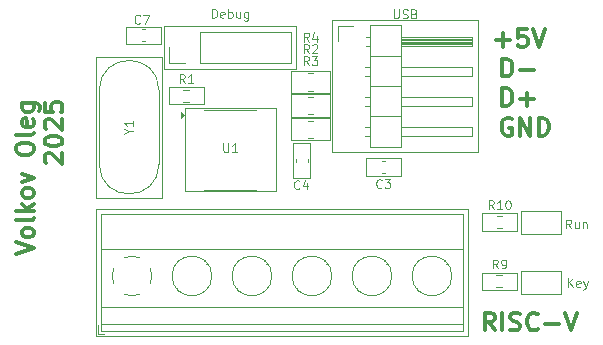
<source format=gbr>
%TF.GenerationSoftware,KiCad,Pcbnew,8.0.7*%
%TF.CreationDate,2025-04-18T18:12:16+03:00*%
%TF.ProjectId,PUBG_KEY,50554247-5f4b-4455-992e-6b696361645f,rev?*%
%TF.SameCoordinates,Original*%
%TF.FileFunction,Legend,Top*%
%TF.FilePolarity,Positive*%
%FSLAX46Y46*%
G04 Gerber Fmt 4.6, Leading zero omitted, Abs format (unit mm)*
G04 Created by KiCad (PCBNEW 8.0.7) date 2025-04-18 18:12:16*
%MOMM*%
%LPD*%
G01*
G04 APERTURE LIST*
%ADD10C,0.300000*%
%ADD11C,0.125000*%
%ADD12C,0.100000*%
%ADD13C,0.120000*%
G04 APERTURE END LIST*
D10*
X52385912Y-88340224D02*
X53885912Y-87840224D01*
X53885912Y-87840224D02*
X52385912Y-87340224D01*
X53885912Y-86625939D02*
X53814484Y-86768796D01*
X53814484Y-86768796D02*
X53743055Y-86840225D01*
X53743055Y-86840225D02*
X53600198Y-86911653D01*
X53600198Y-86911653D02*
X53171626Y-86911653D01*
X53171626Y-86911653D02*
X53028769Y-86840225D01*
X53028769Y-86840225D02*
X52957341Y-86768796D01*
X52957341Y-86768796D02*
X52885912Y-86625939D01*
X52885912Y-86625939D02*
X52885912Y-86411653D01*
X52885912Y-86411653D02*
X52957341Y-86268796D01*
X52957341Y-86268796D02*
X53028769Y-86197368D01*
X53028769Y-86197368D02*
X53171626Y-86125939D01*
X53171626Y-86125939D02*
X53600198Y-86125939D01*
X53600198Y-86125939D02*
X53743055Y-86197368D01*
X53743055Y-86197368D02*
X53814484Y-86268796D01*
X53814484Y-86268796D02*
X53885912Y-86411653D01*
X53885912Y-86411653D02*
X53885912Y-86625939D01*
X53885912Y-85268796D02*
X53814484Y-85411653D01*
X53814484Y-85411653D02*
X53671626Y-85483082D01*
X53671626Y-85483082D02*
X52385912Y-85483082D01*
X53885912Y-84697368D02*
X52385912Y-84697368D01*
X53314484Y-84554511D02*
X53885912Y-84125939D01*
X52885912Y-84125939D02*
X53457341Y-84697368D01*
X53885912Y-83268796D02*
X53814484Y-83411653D01*
X53814484Y-83411653D02*
X53743055Y-83483082D01*
X53743055Y-83483082D02*
X53600198Y-83554510D01*
X53600198Y-83554510D02*
X53171626Y-83554510D01*
X53171626Y-83554510D02*
X53028769Y-83483082D01*
X53028769Y-83483082D02*
X52957341Y-83411653D01*
X52957341Y-83411653D02*
X52885912Y-83268796D01*
X52885912Y-83268796D02*
X52885912Y-83054510D01*
X52885912Y-83054510D02*
X52957341Y-82911653D01*
X52957341Y-82911653D02*
X53028769Y-82840225D01*
X53028769Y-82840225D02*
X53171626Y-82768796D01*
X53171626Y-82768796D02*
X53600198Y-82768796D01*
X53600198Y-82768796D02*
X53743055Y-82840225D01*
X53743055Y-82840225D02*
X53814484Y-82911653D01*
X53814484Y-82911653D02*
X53885912Y-83054510D01*
X53885912Y-83054510D02*
X53885912Y-83268796D01*
X52885912Y-82268796D02*
X53885912Y-81911653D01*
X53885912Y-81911653D02*
X52885912Y-81554510D01*
X52385912Y-79554510D02*
X52385912Y-79268796D01*
X52385912Y-79268796D02*
X52457341Y-79125939D01*
X52457341Y-79125939D02*
X52600198Y-78983082D01*
X52600198Y-78983082D02*
X52885912Y-78911653D01*
X52885912Y-78911653D02*
X53385912Y-78911653D01*
X53385912Y-78911653D02*
X53671626Y-78983082D01*
X53671626Y-78983082D02*
X53814484Y-79125939D01*
X53814484Y-79125939D02*
X53885912Y-79268796D01*
X53885912Y-79268796D02*
X53885912Y-79554510D01*
X53885912Y-79554510D02*
X53814484Y-79697368D01*
X53814484Y-79697368D02*
X53671626Y-79840225D01*
X53671626Y-79840225D02*
X53385912Y-79911653D01*
X53385912Y-79911653D02*
X52885912Y-79911653D01*
X52885912Y-79911653D02*
X52600198Y-79840225D01*
X52600198Y-79840225D02*
X52457341Y-79697368D01*
X52457341Y-79697368D02*
X52385912Y-79554510D01*
X53885912Y-78054510D02*
X53814484Y-78197367D01*
X53814484Y-78197367D02*
X53671626Y-78268796D01*
X53671626Y-78268796D02*
X52385912Y-78268796D01*
X53814484Y-76911653D02*
X53885912Y-77054510D01*
X53885912Y-77054510D02*
X53885912Y-77340225D01*
X53885912Y-77340225D02*
X53814484Y-77483082D01*
X53814484Y-77483082D02*
X53671626Y-77554510D01*
X53671626Y-77554510D02*
X53100198Y-77554510D01*
X53100198Y-77554510D02*
X52957341Y-77483082D01*
X52957341Y-77483082D02*
X52885912Y-77340225D01*
X52885912Y-77340225D02*
X52885912Y-77054510D01*
X52885912Y-77054510D02*
X52957341Y-76911653D01*
X52957341Y-76911653D02*
X53100198Y-76840225D01*
X53100198Y-76840225D02*
X53243055Y-76840225D01*
X53243055Y-76840225D02*
X53385912Y-77554510D01*
X52885912Y-75554511D02*
X54100198Y-75554511D01*
X54100198Y-75554511D02*
X54243055Y-75625939D01*
X54243055Y-75625939D02*
X54314484Y-75697368D01*
X54314484Y-75697368D02*
X54385912Y-75840225D01*
X54385912Y-75840225D02*
X54385912Y-76054511D01*
X54385912Y-76054511D02*
X54314484Y-76197368D01*
X53814484Y-75554511D02*
X53885912Y-75697368D01*
X53885912Y-75697368D02*
X53885912Y-75983082D01*
X53885912Y-75983082D02*
X53814484Y-76125939D01*
X53814484Y-76125939D02*
X53743055Y-76197368D01*
X53743055Y-76197368D02*
X53600198Y-76268796D01*
X53600198Y-76268796D02*
X53171626Y-76268796D01*
X53171626Y-76268796D02*
X53028769Y-76197368D01*
X53028769Y-76197368D02*
X52957341Y-76125939D01*
X52957341Y-76125939D02*
X52885912Y-75983082D01*
X52885912Y-75983082D02*
X52885912Y-75697368D01*
X52885912Y-75697368D02*
X52957341Y-75554511D01*
X54943685Y-80625937D02*
X54872257Y-80554509D01*
X54872257Y-80554509D02*
X54800828Y-80411652D01*
X54800828Y-80411652D02*
X54800828Y-80054509D01*
X54800828Y-80054509D02*
X54872257Y-79911652D01*
X54872257Y-79911652D02*
X54943685Y-79840223D01*
X54943685Y-79840223D02*
X55086542Y-79768794D01*
X55086542Y-79768794D02*
X55229400Y-79768794D01*
X55229400Y-79768794D02*
X55443685Y-79840223D01*
X55443685Y-79840223D02*
X56300828Y-80697366D01*
X56300828Y-80697366D02*
X56300828Y-79768794D01*
X54800828Y-78840223D02*
X54800828Y-78697366D01*
X54800828Y-78697366D02*
X54872257Y-78554509D01*
X54872257Y-78554509D02*
X54943685Y-78483081D01*
X54943685Y-78483081D02*
X55086542Y-78411652D01*
X55086542Y-78411652D02*
X55372257Y-78340223D01*
X55372257Y-78340223D02*
X55729400Y-78340223D01*
X55729400Y-78340223D02*
X56015114Y-78411652D01*
X56015114Y-78411652D02*
X56157971Y-78483081D01*
X56157971Y-78483081D02*
X56229400Y-78554509D01*
X56229400Y-78554509D02*
X56300828Y-78697366D01*
X56300828Y-78697366D02*
X56300828Y-78840223D01*
X56300828Y-78840223D02*
X56229400Y-78983081D01*
X56229400Y-78983081D02*
X56157971Y-79054509D01*
X56157971Y-79054509D02*
X56015114Y-79125938D01*
X56015114Y-79125938D02*
X55729400Y-79197366D01*
X55729400Y-79197366D02*
X55372257Y-79197366D01*
X55372257Y-79197366D02*
X55086542Y-79125938D01*
X55086542Y-79125938D02*
X54943685Y-79054509D01*
X54943685Y-79054509D02*
X54872257Y-78983081D01*
X54872257Y-78983081D02*
X54800828Y-78840223D01*
X54943685Y-77768795D02*
X54872257Y-77697367D01*
X54872257Y-77697367D02*
X54800828Y-77554510D01*
X54800828Y-77554510D02*
X54800828Y-77197367D01*
X54800828Y-77197367D02*
X54872257Y-77054510D01*
X54872257Y-77054510D02*
X54943685Y-76983081D01*
X54943685Y-76983081D02*
X55086542Y-76911652D01*
X55086542Y-76911652D02*
X55229400Y-76911652D01*
X55229400Y-76911652D02*
X55443685Y-76983081D01*
X55443685Y-76983081D02*
X56300828Y-77840224D01*
X56300828Y-77840224D02*
X56300828Y-76911652D01*
X54800828Y-75554510D02*
X54800828Y-76268796D01*
X54800828Y-76268796D02*
X55515114Y-76340224D01*
X55515114Y-76340224D02*
X55443685Y-76268796D01*
X55443685Y-76268796D02*
X55372257Y-76125939D01*
X55372257Y-76125939D02*
X55372257Y-75768796D01*
X55372257Y-75768796D02*
X55443685Y-75625939D01*
X55443685Y-75625939D02*
X55515114Y-75554510D01*
X55515114Y-75554510D02*
X55657971Y-75483081D01*
X55657971Y-75483081D02*
X56015114Y-75483081D01*
X56015114Y-75483081D02*
X56157971Y-75554510D01*
X56157971Y-75554510D02*
X56229400Y-75625939D01*
X56229400Y-75625939D02*
X56300828Y-75768796D01*
X56300828Y-75768796D02*
X56300828Y-76125939D01*
X56300828Y-76125939D02*
X56229400Y-76268796D01*
X56229400Y-76268796D02*
X56157971Y-76340224D01*
X92911653Y-94800828D02*
X92411653Y-94086542D01*
X92054510Y-94800828D02*
X92054510Y-93300828D01*
X92054510Y-93300828D02*
X92625939Y-93300828D01*
X92625939Y-93300828D02*
X92768796Y-93372257D01*
X92768796Y-93372257D02*
X92840225Y-93443685D01*
X92840225Y-93443685D02*
X92911653Y-93586542D01*
X92911653Y-93586542D02*
X92911653Y-93800828D01*
X92911653Y-93800828D02*
X92840225Y-93943685D01*
X92840225Y-93943685D02*
X92768796Y-94015114D01*
X92768796Y-94015114D02*
X92625939Y-94086542D01*
X92625939Y-94086542D02*
X92054510Y-94086542D01*
X93554510Y-94800828D02*
X93554510Y-93300828D01*
X94197368Y-94729400D02*
X94411654Y-94800828D01*
X94411654Y-94800828D02*
X94768796Y-94800828D01*
X94768796Y-94800828D02*
X94911654Y-94729400D01*
X94911654Y-94729400D02*
X94983082Y-94657971D01*
X94983082Y-94657971D02*
X95054511Y-94515114D01*
X95054511Y-94515114D02*
X95054511Y-94372257D01*
X95054511Y-94372257D02*
X94983082Y-94229400D01*
X94983082Y-94229400D02*
X94911654Y-94157971D01*
X94911654Y-94157971D02*
X94768796Y-94086542D01*
X94768796Y-94086542D02*
X94483082Y-94015114D01*
X94483082Y-94015114D02*
X94340225Y-93943685D01*
X94340225Y-93943685D02*
X94268796Y-93872257D01*
X94268796Y-93872257D02*
X94197368Y-93729400D01*
X94197368Y-93729400D02*
X94197368Y-93586542D01*
X94197368Y-93586542D02*
X94268796Y-93443685D01*
X94268796Y-93443685D02*
X94340225Y-93372257D01*
X94340225Y-93372257D02*
X94483082Y-93300828D01*
X94483082Y-93300828D02*
X94840225Y-93300828D01*
X94840225Y-93300828D02*
X95054511Y-93372257D01*
X96554510Y-94657971D02*
X96483082Y-94729400D01*
X96483082Y-94729400D02*
X96268796Y-94800828D01*
X96268796Y-94800828D02*
X96125939Y-94800828D01*
X96125939Y-94800828D02*
X95911653Y-94729400D01*
X95911653Y-94729400D02*
X95768796Y-94586542D01*
X95768796Y-94586542D02*
X95697367Y-94443685D01*
X95697367Y-94443685D02*
X95625939Y-94157971D01*
X95625939Y-94157971D02*
X95625939Y-93943685D01*
X95625939Y-93943685D02*
X95697367Y-93657971D01*
X95697367Y-93657971D02*
X95768796Y-93515114D01*
X95768796Y-93515114D02*
X95911653Y-93372257D01*
X95911653Y-93372257D02*
X96125939Y-93300828D01*
X96125939Y-93300828D02*
X96268796Y-93300828D01*
X96268796Y-93300828D02*
X96483082Y-93372257D01*
X96483082Y-93372257D02*
X96554510Y-93443685D01*
X97197367Y-94229400D02*
X98340225Y-94229400D01*
X98840225Y-93300828D02*
X99340225Y-94800828D01*
X99340225Y-94800828D02*
X99840225Y-93300828D01*
X93554510Y-75800828D02*
X93554510Y-74300828D01*
X93554510Y-74300828D02*
X93911653Y-74300828D01*
X93911653Y-74300828D02*
X94125939Y-74372257D01*
X94125939Y-74372257D02*
X94268796Y-74515114D01*
X94268796Y-74515114D02*
X94340225Y-74657971D01*
X94340225Y-74657971D02*
X94411653Y-74943685D01*
X94411653Y-74943685D02*
X94411653Y-75157971D01*
X94411653Y-75157971D02*
X94340225Y-75443685D01*
X94340225Y-75443685D02*
X94268796Y-75586542D01*
X94268796Y-75586542D02*
X94125939Y-75729400D01*
X94125939Y-75729400D02*
X93911653Y-75800828D01*
X93911653Y-75800828D02*
X93554510Y-75800828D01*
X95054510Y-75229400D02*
X96197368Y-75229400D01*
X95625939Y-75800828D02*
X95625939Y-74657971D01*
X94340225Y-76872257D02*
X94197368Y-76800828D01*
X94197368Y-76800828D02*
X93983082Y-76800828D01*
X93983082Y-76800828D02*
X93768796Y-76872257D01*
X93768796Y-76872257D02*
X93625939Y-77015114D01*
X93625939Y-77015114D02*
X93554510Y-77157971D01*
X93554510Y-77157971D02*
X93483082Y-77443685D01*
X93483082Y-77443685D02*
X93483082Y-77657971D01*
X93483082Y-77657971D02*
X93554510Y-77943685D01*
X93554510Y-77943685D02*
X93625939Y-78086542D01*
X93625939Y-78086542D02*
X93768796Y-78229400D01*
X93768796Y-78229400D02*
X93983082Y-78300828D01*
X93983082Y-78300828D02*
X94125939Y-78300828D01*
X94125939Y-78300828D02*
X94340225Y-78229400D01*
X94340225Y-78229400D02*
X94411653Y-78157971D01*
X94411653Y-78157971D02*
X94411653Y-77657971D01*
X94411653Y-77657971D02*
X94125939Y-77657971D01*
X95054510Y-78300828D02*
X95054510Y-76800828D01*
X95054510Y-76800828D02*
X95911653Y-78300828D01*
X95911653Y-78300828D02*
X95911653Y-76800828D01*
X96625939Y-78300828D02*
X96625939Y-76800828D01*
X96625939Y-76800828D02*
X96983082Y-76800828D01*
X96983082Y-76800828D02*
X97197368Y-76872257D01*
X97197368Y-76872257D02*
X97340225Y-77015114D01*
X97340225Y-77015114D02*
X97411654Y-77157971D01*
X97411654Y-77157971D02*
X97483082Y-77443685D01*
X97483082Y-77443685D02*
X97483082Y-77657971D01*
X97483082Y-77657971D02*
X97411654Y-77943685D01*
X97411654Y-77943685D02*
X97340225Y-78086542D01*
X97340225Y-78086542D02*
X97197368Y-78229400D01*
X97197368Y-78229400D02*
X96983082Y-78300828D01*
X96983082Y-78300828D02*
X96625939Y-78300828D01*
X93054510Y-70229400D02*
X94197368Y-70229400D01*
X93625939Y-70800828D02*
X93625939Y-69657971D01*
X95625939Y-69300828D02*
X94911653Y-69300828D01*
X94911653Y-69300828D02*
X94840225Y-70015114D01*
X94840225Y-70015114D02*
X94911653Y-69943685D01*
X94911653Y-69943685D02*
X95054511Y-69872257D01*
X95054511Y-69872257D02*
X95411653Y-69872257D01*
X95411653Y-69872257D02*
X95554511Y-69943685D01*
X95554511Y-69943685D02*
X95625939Y-70015114D01*
X95625939Y-70015114D02*
X95697368Y-70157971D01*
X95697368Y-70157971D02*
X95697368Y-70515114D01*
X95697368Y-70515114D02*
X95625939Y-70657971D01*
X95625939Y-70657971D02*
X95554511Y-70729400D01*
X95554511Y-70729400D02*
X95411653Y-70800828D01*
X95411653Y-70800828D02*
X95054511Y-70800828D01*
X95054511Y-70800828D02*
X94911653Y-70729400D01*
X94911653Y-70729400D02*
X94840225Y-70657971D01*
X96125939Y-69300828D02*
X96625939Y-70800828D01*
X96625939Y-70800828D02*
X97125939Y-69300828D01*
X93554510Y-73300828D02*
X93554510Y-71800828D01*
X93554510Y-71800828D02*
X93911653Y-71800828D01*
X93911653Y-71800828D02*
X94125939Y-71872257D01*
X94125939Y-71872257D02*
X94268796Y-72015114D01*
X94268796Y-72015114D02*
X94340225Y-72157971D01*
X94340225Y-72157971D02*
X94411653Y-72443685D01*
X94411653Y-72443685D02*
X94411653Y-72657971D01*
X94411653Y-72657971D02*
X94340225Y-72943685D01*
X94340225Y-72943685D02*
X94268796Y-73086542D01*
X94268796Y-73086542D02*
X94125939Y-73229400D01*
X94125939Y-73229400D02*
X93911653Y-73300828D01*
X93911653Y-73300828D02*
X93554510Y-73300828D01*
X95054510Y-72729400D02*
X96197368Y-72729400D01*
D11*
X66664999Y-73850464D02*
X66414999Y-73493321D01*
X66236428Y-73850464D02*
X66236428Y-73100464D01*
X66236428Y-73100464D02*
X66522142Y-73100464D01*
X66522142Y-73100464D02*
X66593571Y-73136178D01*
X66593571Y-73136178D02*
X66629285Y-73171892D01*
X66629285Y-73171892D02*
X66664999Y-73243321D01*
X66664999Y-73243321D02*
X66664999Y-73350464D01*
X66664999Y-73350464D02*
X66629285Y-73421892D01*
X66629285Y-73421892D02*
X66593571Y-73457607D01*
X66593571Y-73457607D02*
X66522142Y-73493321D01*
X66522142Y-73493321D02*
X66236428Y-73493321D01*
X67379285Y-73850464D02*
X66950714Y-73850464D01*
X67164999Y-73850464D02*
X67164999Y-73100464D01*
X67164999Y-73100464D02*
X67093571Y-73207607D01*
X67093571Y-73207607D02*
X67022142Y-73279035D01*
X67022142Y-73279035D02*
X66950714Y-73314750D01*
X92815356Y-84530464D02*
X92565356Y-84173321D01*
X92386785Y-84530464D02*
X92386785Y-83780464D01*
X92386785Y-83780464D02*
X92672499Y-83780464D01*
X92672499Y-83780464D02*
X92743928Y-83816178D01*
X92743928Y-83816178D02*
X92779642Y-83851892D01*
X92779642Y-83851892D02*
X92815356Y-83923321D01*
X92815356Y-83923321D02*
X92815356Y-84030464D01*
X92815356Y-84030464D02*
X92779642Y-84101892D01*
X92779642Y-84101892D02*
X92743928Y-84137607D01*
X92743928Y-84137607D02*
X92672499Y-84173321D01*
X92672499Y-84173321D02*
X92386785Y-84173321D01*
X93529642Y-84530464D02*
X93101071Y-84530464D01*
X93315356Y-84530464D02*
X93315356Y-83780464D01*
X93315356Y-83780464D02*
X93243928Y-83887607D01*
X93243928Y-83887607D02*
X93172499Y-83959035D01*
X93172499Y-83959035D02*
X93101071Y-83994750D01*
X93993928Y-83780464D02*
X94065357Y-83780464D01*
X94065357Y-83780464D02*
X94136785Y-83816178D01*
X94136785Y-83816178D02*
X94172500Y-83851892D01*
X94172500Y-83851892D02*
X94208214Y-83923321D01*
X94208214Y-83923321D02*
X94243928Y-84066178D01*
X94243928Y-84066178D02*
X94243928Y-84244750D01*
X94243928Y-84244750D02*
X94208214Y-84387607D01*
X94208214Y-84387607D02*
X94172500Y-84459035D01*
X94172500Y-84459035D02*
X94136785Y-84494750D01*
X94136785Y-84494750D02*
X94065357Y-84530464D01*
X94065357Y-84530464D02*
X93993928Y-84530464D01*
X93993928Y-84530464D02*
X93922500Y-84494750D01*
X93922500Y-84494750D02*
X93886785Y-84459035D01*
X93886785Y-84459035D02*
X93851071Y-84387607D01*
X93851071Y-84387607D02*
X93815357Y-84244750D01*
X93815357Y-84244750D02*
X93815357Y-84066178D01*
X93815357Y-84066178D02*
X93851071Y-83923321D01*
X93851071Y-83923321D02*
X93886785Y-83851892D01*
X93886785Y-83851892D02*
X93922500Y-83816178D01*
X93922500Y-83816178D02*
X93993928Y-83780464D01*
X83344999Y-82669035D02*
X83309285Y-82704750D01*
X83309285Y-82704750D02*
X83202142Y-82740464D01*
X83202142Y-82740464D02*
X83130714Y-82740464D01*
X83130714Y-82740464D02*
X83023571Y-82704750D01*
X83023571Y-82704750D02*
X82952142Y-82633321D01*
X82952142Y-82633321D02*
X82916428Y-82561892D01*
X82916428Y-82561892D02*
X82880714Y-82419035D01*
X82880714Y-82419035D02*
X82880714Y-82311892D01*
X82880714Y-82311892D02*
X82916428Y-82169035D01*
X82916428Y-82169035D02*
X82952142Y-82097607D01*
X82952142Y-82097607D02*
X83023571Y-82026178D01*
X83023571Y-82026178D02*
X83130714Y-81990464D01*
X83130714Y-81990464D02*
X83202142Y-81990464D01*
X83202142Y-81990464D02*
X83309285Y-82026178D01*
X83309285Y-82026178D02*
X83344999Y-82061892D01*
X83594999Y-81990464D02*
X84059285Y-81990464D01*
X84059285Y-81990464D02*
X83809285Y-82276178D01*
X83809285Y-82276178D02*
X83916428Y-82276178D01*
X83916428Y-82276178D02*
X83987857Y-82311892D01*
X83987857Y-82311892D02*
X84023571Y-82347607D01*
X84023571Y-82347607D02*
X84059285Y-82419035D01*
X84059285Y-82419035D02*
X84059285Y-82597607D01*
X84059285Y-82597607D02*
X84023571Y-82669035D01*
X84023571Y-82669035D02*
X83987857Y-82704750D01*
X83987857Y-82704750D02*
X83916428Y-82740464D01*
X83916428Y-82740464D02*
X83702142Y-82740464D01*
X83702142Y-82740464D02*
X83630714Y-82704750D01*
X83630714Y-82704750D02*
X83594999Y-82669035D01*
X76374999Y-82769035D02*
X76339285Y-82804750D01*
X76339285Y-82804750D02*
X76232142Y-82840464D01*
X76232142Y-82840464D02*
X76160714Y-82840464D01*
X76160714Y-82840464D02*
X76053571Y-82804750D01*
X76053571Y-82804750D02*
X75982142Y-82733321D01*
X75982142Y-82733321D02*
X75946428Y-82661892D01*
X75946428Y-82661892D02*
X75910714Y-82519035D01*
X75910714Y-82519035D02*
X75910714Y-82411892D01*
X75910714Y-82411892D02*
X75946428Y-82269035D01*
X75946428Y-82269035D02*
X75982142Y-82197607D01*
X75982142Y-82197607D02*
X76053571Y-82126178D01*
X76053571Y-82126178D02*
X76160714Y-82090464D01*
X76160714Y-82090464D02*
X76232142Y-82090464D01*
X76232142Y-82090464D02*
X76339285Y-82126178D01*
X76339285Y-82126178D02*
X76374999Y-82161892D01*
X77017857Y-82340464D02*
X77017857Y-82840464D01*
X76839285Y-82054750D02*
X76660714Y-82590464D01*
X76660714Y-82590464D02*
X77124999Y-82590464D01*
X99386071Y-86160464D02*
X99136071Y-85803321D01*
X98957500Y-86160464D02*
X98957500Y-85410464D01*
X98957500Y-85410464D02*
X99243214Y-85410464D01*
X99243214Y-85410464D02*
X99314643Y-85446178D01*
X99314643Y-85446178D02*
X99350357Y-85481892D01*
X99350357Y-85481892D02*
X99386071Y-85553321D01*
X99386071Y-85553321D02*
X99386071Y-85660464D01*
X99386071Y-85660464D02*
X99350357Y-85731892D01*
X99350357Y-85731892D02*
X99314643Y-85767607D01*
X99314643Y-85767607D02*
X99243214Y-85803321D01*
X99243214Y-85803321D02*
X98957500Y-85803321D01*
X100028929Y-85660464D02*
X100028929Y-86160464D01*
X99707500Y-85660464D02*
X99707500Y-86053321D01*
X99707500Y-86053321D02*
X99743214Y-86124750D01*
X99743214Y-86124750D02*
X99814643Y-86160464D01*
X99814643Y-86160464D02*
X99921786Y-86160464D01*
X99921786Y-86160464D02*
X99993214Y-86124750D01*
X99993214Y-86124750D02*
X100028929Y-86089035D01*
X100386071Y-85660464D02*
X100386071Y-86160464D01*
X100386071Y-85731892D02*
X100421785Y-85696178D01*
X100421785Y-85696178D02*
X100493214Y-85660464D01*
X100493214Y-85660464D02*
X100600357Y-85660464D01*
X100600357Y-85660464D02*
X100671785Y-85696178D01*
X100671785Y-85696178D02*
X100707500Y-85767607D01*
X100707500Y-85767607D02*
X100707500Y-86160464D01*
X84348571Y-67625464D02*
X84348571Y-68232607D01*
X84348571Y-68232607D02*
X84384285Y-68304035D01*
X84384285Y-68304035D02*
X84420000Y-68339750D01*
X84420000Y-68339750D02*
X84491428Y-68375464D01*
X84491428Y-68375464D02*
X84634285Y-68375464D01*
X84634285Y-68375464D02*
X84705714Y-68339750D01*
X84705714Y-68339750D02*
X84741428Y-68304035D01*
X84741428Y-68304035D02*
X84777142Y-68232607D01*
X84777142Y-68232607D02*
X84777142Y-67625464D01*
X85098571Y-68339750D02*
X85205714Y-68375464D01*
X85205714Y-68375464D02*
X85384285Y-68375464D01*
X85384285Y-68375464D02*
X85455714Y-68339750D01*
X85455714Y-68339750D02*
X85491428Y-68304035D01*
X85491428Y-68304035D02*
X85527142Y-68232607D01*
X85527142Y-68232607D02*
X85527142Y-68161178D01*
X85527142Y-68161178D02*
X85491428Y-68089750D01*
X85491428Y-68089750D02*
X85455714Y-68054035D01*
X85455714Y-68054035D02*
X85384285Y-68018321D01*
X85384285Y-68018321D02*
X85241428Y-67982607D01*
X85241428Y-67982607D02*
X85169999Y-67946892D01*
X85169999Y-67946892D02*
X85134285Y-67911178D01*
X85134285Y-67911178D02*
X85098571Y-67839750D01*
X85098571Y-67839750D02*
X85098571Y-67768321D01*
X85098571Y-67768321D02*
X85134285Y-67696892D01*
X85134285Y-67696892D02*
X85169999Y-67661178D01*
X85169999Y-67661178D02*
X85241428Y-67625464D01*
X85241428Y-67625464D02*
X85419999Y-67625464D01*
X85419999Y-67625464D02*
X85527142Y-67661178D01*
X86098571Y-67982607D02*
X86205714Y-68018321D01*
X86205714Y-68018321D02*
X86241428Y-68054035D01*
X86241428Y-68054035D02*
X86277142Y-68125464D01*
X86277142Y-68125464D02*
X86277142Y-68232607D01*
X86277142Y-68232607D02*
X86241428Y-68304035D01*
X86241428Y-68304035D02*
X86205714Y-68339750D01*
X86205714Y-68339750D02*
X86134285Y-68375464D01*
X86134285Y-68375464D02*
X85848571Y-68375464D01*
X85848571Y-68375464D02*
X85848571Y-67625464D01*
X85848571Y-67625464D02*
X86098571Y-67625464D01*
X86098571Y-67625464D02*
X86170000Y-67661178D01*
X86170000Y-67661178D02*
X86205714Y-67696892D01*
X86205714Y-67696892D02*
X86241428Y-67768321D01*
X86241428Y-67768321D02*
X86241428Y-67839750D01*
X86241428Y-67839750D02*
X86205714Y-67911178D01*
X86205714Y-67911178D02*
X86170000Y-67946892D01*
X86170000Y-67946892D02*
X86098571Y-67982607D01*
X86098571Y-67982607D02*
X85848571Y-67982607D01*
X93167499Y-89550464D02*
X92917499Y-89193321D01*
X92738928Y-89550464D02*
X92738928Y-88800464D01*
X92738928Y-88800464D02*
X93024642Y-88800464D01*
X93024642Y-88800464D02*
X93096071Y-88836178D01*
X93096071Y-88836178D02*
X93131785Y-88871892D01*
X93131785Y-88871892D02*
X93167499Y-88943321D01*
X93167499Y-88943321D02*
X93167499Y-89050464D01*
X93167499Y-89050464D02*
X93131785Y-89121892D01*
X93131785Y-89121892D02*
X93096071Y-89157607D01*
X93096071Y-89157607D02*
X93024642Y-89193321D01*
X93024642Y-89193321D02*
X92738928Y-89193321D01*
X93524642Y-89550464D02*
X93667499Y-89550464D01*
X93667499Y-89550464D02*
X93738928Y-89514750D01*
X93738928Y-89514750D02*
X93774642Y-89479035D01*
X93774642Y-89479035D02*
X93846071Y-89371892D01*
X93846071Y-89371892D02*
X93881785Y-89229035D01*
X93881785Y-89229035D02*
X93881785Y-88943321D01*
X93881785Y-88943321D02*
X93846071Y-88871892D01*
X93846071Y-88871892D02*
X93810357Y-88836178D01*
X93810357Y-88836178D02*
X93738928Y-88800464D01*
X93738928Y-88800464D02*
X93596071Y-88800464D01*
X93596071Y-88800464D02*
X93524642Y-88836178D01*
X93524642Y-88836178D02*
X93488928Y-88871892D01*
X93488928Y-88871892D02*
X93453214Y-88943321D01*
X93453214Y-88943321D02*
X93453214Y-89121892D01*
X93453214Y-89121892D02*
X93488928Y-89193321D01*
X93488928Y-89193321D02*
X93524642Y-89229035D01*
X93524642Y-89229035D02*
X93596071Y-89264750D01*
X93596071Y-89264750D02*
X93738928Y-89264750D01*
X93738928Y-89264750D02*
X93810357Y-89229035D01*
X93810357Y-89229035D02*
X93846071Y-89193321D01*
X93846071Y-89193321D02*
X93881785Y-89121892D01*
X62874999Y-68769035D02*
X62839285Y-68804750D01*
X62839285Y-68804750D02*
X62732142Y-68840464D01*
X62732142Y-68840464D02*
X62660714Y-68840464D01*
X62660714Y-68840464D02*
X62553571Y-68804750D01*
X62553571Y-68804750D02*
X62482142Y-68733321D01*
X62482142Y-68733321D02*
X62446428Y-68661892D01*
X62446428Y-68661892D02*
X62410714Y-68519035D01*
X62410714Y-68519035D02*
X62410714Y-68411892D01*
X62410714Y-68411892D02*
X62446428Y-68269035D01*
X62446428Y-68269035D02*
X62482142Y-68197607D01*
X62482142Y-68197607D02*
X62553571Y-68126178D01*
X62553571Y-68126178D02*
X62660714Y-68090464D01*
X62660714Y-68090464D02*
X62732142Y-68090464D01*
X62732142Y-68090464D02*
X62839285Y-68126178D01*
X62839285Y-68126178D02*
X62874999Y-68161892D01*
X63124999Y-68090464D02*
X63624999Y-68090464D01*
X63624999Y-68090464D02*
X63303571Y-68840464D01*
X69928571Y-78950464D02*
X69928571Y-79557607D01*
X69928571Y-79557607D02*
X69964285Y-79629035D01*
X69964285Y-79629035D02*
X70000000Y-79664750D01*
X70000000Y-79664750D02*
X70071428Y-79700464D01*
X70071428Y-79700464D02*
X70214285Y-79700464D01*
X70214285Y-79700464D02*
X70285714Y-79664750D01*
X70285714Y-79664750D02*
X70321428Y-79629035D01*
X70321428Y-79629035D02*
X70357142Y-79557607D01*
X70357142Y-79557607D02*
X70357142Y-78950464D01*
X71107142Y-79700464D02*
X70678571Y-79700464D01*
X70892856Y-79700464D02*
X70892856Y-78950464D01*
X70892856Y-78950464D02*
X70821428Y-79057607D01*
X70821428Y-79057607D02*
X70749999Y-79129035D01*
X70749999Y-79129035D02*
X70678571Y-79164750D01*
X61933321Y-77957142D02*
X62290464Y-77957142D01*
X61540464Y-78207142D02*
X61933321Y-77957142D01*
X61933321Y-77957142D02*
X61540464Y-77707142D01*
X62290464Y-77064285D02*
X62290464Y-77492856D01*
X62290464Y-77278571D02*
X61540464Y-77278571D01*
X61540464Y-77278571D02*
X61647607Y-77349999D01*
X61647607Y-77349999D02*
X61719035Y-77421428D01*
X61719035Y-77421428D02*
X61754750Y-77492856D01*
X77182499Y-71340464D02*
X76932499Y-70983321D01*
X76753928Y-71340464D02*
X76753928Y-70590464D01*
X76753928Y-70590464D02*
X77039642Y-70590464D01*
X77039642Y-70590464D02*
X77111071Y-70626178D01*
X77111071Y-70626178D02*
X77146785Y-70661892D01*
X77146785Y-70661892D02*
X77182499Y-70733321D01*
X77182499Y-70733321D02*
X77182499Y-70840464D01*
X77182499Y-70840464D02*
X77146785Y-70911892D01*
X77146785Y-70911892D02*
X77111071Y-70947607D01*
X77111071Y-70947607D02*
X77039642Y-70983321D01*
X77039642Y-70983321D02*
X76753928Y-70983321D01*
X77468214Y-70661892D02*
X77503928Y-70626178D01*
X77503928Y-70626178D02*
X77575357Y-70590464D01*
X77575357Y-70590464D02*
X77753928Y-70590464D01*
X77753928Y-70590464D02*
X77825357Y-70626178D01*
X77825357Y-70626178D02*
X77861071Y-70661892D01*
X77861071Y-70661892D02*
X77896785Y-70733321D01*
X77896785Y-70733321D02*
X77896785Y-70804750D01*
X77896785Y-70804750D02*
X77861071Y-70911892D01*
X77861071Y-70911892D02*
X77432499Y-71340464D01*
X77432499Y-71340464D02*
X77896785Y-71340464D01*
X68964286Y-68340464D02*
X68964286Y-67590464D01*
X68964286Y-67590464D02*
X69142857Y-67590464D01*
X69142857Y-67590464D02*
X69250000Y-67626178D01*
X69250000Y-67626178D02*
X69321429Y-67697607D01*
X69321429Y-67697607D02*
X69357143Y-67769035D01*
X69357143Y-67769035D02*
X69392857Y-67911892D01*
X69392857Y-67911892D02*
X69392857Y-68019035D01*
X69392857Y-68019035D02*
X69357143Y-68161892D01*
X69357143Y-68161892D02*
X69321429Y-68233321D01*
X69321429Y-68233321D02*
X69250000Y-68304750D01*
X69250000Y-68304750D02*
X69142857Y-68340464D01*
X69142857Y-68340464D02*
X68964286Y-68340464D01*
X70000000Y-68304750D02*
X69928572Y-68340464D01*
X69928572Y-68340464D02*
X69785715Y-68340464D01*
X69785715Y-68340464D02*
X69714286Y-68304750D01*
X69714286Y-68304750D02*
X69678572Y-68233321D01*
X69678572Y-68233321D02*
X69678572Y-67947607D01*
X69678572Y-67947607D02*
X69714286Y-67876178D01*
X69714286Y-67876178D02*
X69785715Y-67840464D01*
X69785715Y-67840464D02*
X69928572Y-67840464D01*
X69928572Y-67840464D02*
X70000000Y-67876178D01*
X70000000Y-67876178D02*
X70035715Y-67947607D01*
X70035715Y-67947607D02*
X70035715Y-68019035D01*
X70035715Y-68019035D02*
X69678572Y-68090464D01*
X70357143Y-68340464D02*
X70357143Y-67590464D01*
X70357143Y-67876178D02*
X70428572Y-67840464D01*
X70428572Y-67840464D02*
X70571429Y-67840464D01*
X70571429Y-67840464D02*
X70642857Y-67876178D01*
X70642857Y-67876178D02*
X70678572Y-67911892D01*
X70678572Y-67911892D02*
X70714286Y-67983321D01*
X70714286Y-67983321D02*
X70714286Y-68197607D01*
X70714286Y-68197607D02*
X70678572Y-68269035D01*
X70678572Y-68269035D02*
X70642857Y-68304750D01*
X70642857Y-68304750D02*
X70571429Y-68340464D01*
X70571429Y-68340464D02*
X70428572Y-68340464D01*
X70428572Y-68340464D02*
X70357143Y-68304750D01*
X71357143Y-67840464D02*
X71357143Y-68340464D01*
X71035714Y-67840464D02*
X71035714Y-68233321D01*
X71035714Y-68233321D02*
X71071428Y-68304750D01*
X71071428Y-68304750D02*
X71142857Y-68340464D01*
X71142857Y-68340464D02*
X71250000Y-68340464D01*
X71250000Y-68340464D02*
X71321428Y-68304750D01*
X71321428Y-68304750D02*
X71357143Y-68269035D01*
X72035714Y-67840464D02*
X72035714Y-68447607D01*
X72035714Y-68447607D02*
X71999999Y-68519035D01*
X71999999Y-68519035D02*
X71964285Y-68554750D01*
X71964285Y-68554750D02*
X71892856Y-68590464D01*
X71892856Y-68590464D02*
X71785714Y-68590464D01*
X71785714Y-68590464D02*
X71714285Y-68554750D01*
X72035714Y-68304750D02*
X71964285Y-68340464D01*
X71964285Y-68340464D02*
X71821428Y-68340464D01*
X71821428Y-68340464D02*
X71749999Y-68304750D01*
X71749999Y-68304750D02*
X71714285Y-68269035D01*
X71714285Y-68269035D02*
X71678571Y-68197607D01*
X71678571Y-68197607D02*
X71678571Y-67983321D01*
X71678571Y-67983321D02*
X71714285Y-67911892D01*
X71714285Y-67911892D02*
X71749999Y-67876178D01*
X71749999Y-67876178D02*
X71821428Y-67840464D01*
X71821428Y-67840464D02*
X71964285Y-67840464D01*
X71964285Y-67840464D02*
X72035714Y-67876178D01*
X77182499Y-70340464D02*
X76932499Y-69983321D01*
X76753928Y-70340464D02*
X76753928Y-69590464D01*
X76753928Y-69590464D02*
X77039642Y-69590464D01*
X77039642Y-69590464D02*
X77111071Y-69626178D01*
X77111071Y-69626178D02*
X77146785Y-69661892D01*
X77146785Y-69661892D02*
X77182499Y-69733321D01*
X77182499Y-69733321D02*
X77182499Y-69840464D01*
X77182499Y-69840464D02*
X77146785Y-69911892D01*
X77146785Y-69911892D02*
X77111071Y-69947607D01*
X77111071Y-69947607D02*
X77039642Y-69983321D01*
X77039642Y-69983321D02*
X76753928Y-69983321D01*
X77825357Y-69840464D02*
X77825357Y-70340464D01*
X77646785Y-69554750D02*
X77468214Y-70090464D01*
X77468214Y-70090464D02*
X77932499Y-70090464D01*
X99100356Y-91120464D02*
X99100356Y-90370464D01*
X99528927Y-91120464D02*
X99207499Y-90691892D01*
X99528927Y-90370464D02*
X99100356Y-90799035D01*
X100136070Y-91084750D02*
X100064642Y-91120464D01*
X100064642Y-91120464D02*
X99921785Y-91120464D01*
X99921785Y-91120464D02*
X99850356Y-91084750D01*
X99850356Y-91084750D02*
X99814642Y-91013321D01*
X99814642Y-91013321D02*
X99814642Y-90727607D01*
X99814642Y-90727607D02*
X99850356Y-90656178D01*
X99850356Y-90656178D02*
X99921785Y-90620464D01*
X99921785Y-90620464D02*
X100064642Y-90620464D01*
X100064642Y-90620464D02*
X100136070Y-90656178D01*
X100136070Y-90656178D02*
X100171785Y-90727607D01*
X100171785Y-90727607D02*
X100171785Y-90799035D01*
X100171785Y-90799035D02*
X99814642Y-90870464D01*
X100421784Y-90620464D02*
X100600356Y-91120464D01*
X100778927Y-90620464D02*
X100600356Y-91120464D01*
X100600356Y-91120464D02*
X100528927Y-91299035D01*
X100528927Y-91299035D02*
X100493213Y-91334750D01*
X100493213Y-91334750D02*
X100421784Y-91370464D01*
X77182499Y-72340464D02*
X76932499Y-71983321D01*
X76753928Y-72340464D02*
X76753928Y-71590464D01*
X76753928Y-71590464D02*
X77039642Y-71590464D01*
X77039642Y-71590464D02*
X77111071Y-71626178D01*
X77111071Y-71626178D02*
X77146785Y-71661892D01*
X77146785Y-71661892D02*
X77182499Y-71733321D01*
X77182499Y-71733321D02*
X77182499Y-71840464D01*
X77182499Y-71840464D02*
X77146785Y-71911892D01*
X77146785Y-71911892D02*
X77111071Y-71947607D01*
X77111071Y-71947607D02*
X77039642Y-71983321D01*
X77039642Y-71983321D02*
X76753928Y-71983321D01*
X77432499Y-71590464D02*
X77896785Y-71590464D01*
X77896785Y-71590464D02*
X77646785Y-71876178D01*
X77646785Y-71876178D02*
X77753928Y-71876178D01*
X77753928Y-71876178D02*
X77825357Y-71911892D01*
X77825357Y-71911892D02*
X77861071Y-71947607D01*
X77861071Y-71947607D02*
X77896785Y-72019035D01*
X77896785Y-72019035D02*
X77896785Y-72197607D01*
X77896785Y-72197607D02*
X77861071Y-72269035D01*
X77861071Y-72269035D02*
X77825357Y-72304750D01*
X77825357Y-72304750D02*
X77753928Y-72340464D01*
X77753928Y-72340464D02*
X77539642Y-72340464D01*
X77539642Y-72340464D02*
X77468214Y-72304750D01*
X77468214Y-72304750D02*
X77432499Y-72269035D01*
D12*
%TO.C,R1*%
X65310000Y-74210000D02*
X68270000Y-74210000D01*
X65310000Y-75670000D02*
X65310000Y-74210000D01*
D13*
X66552742Y-74417500D02*
X67027258Y-74417500D01*
X66552742Y-75462500D02*
X67027258Y-75462500D01*
D12*
X68270000Y-74210000D02*
X68270000Y-75670000D01*
X68270000Y-75670000D02*
X65310000Y-75670000D01*
%TO.C,R10*%
X91817500Y-84890000D02*
X94777500Y-84890000D01*
X91817500Y-86350000D02*
X91817500Y-84890000D01*
D13*
X93060242Y-85097500D02*
X93534758Y-85097500D01*
X93060242Y-86142500D02*
X93534758Y-86142500D01*
D12*
X94777500Y-84890000D02*
X94777500Y-86350000D01*
X94777500Y-86350000D02*
X91817500Y-86350000D01*
%TO.C,C3*%
X81990000Y-80240000D02*
X84950000Y-80240000D01*
X81990000Y-81700000D02*
X81990000Y-80240000D01*
D13*
X83610580Y-80460000D02*
X83329420Y-80460000D01*
X83610580Y-81480000D02*
X83329420Y-81480000D01*
D12*
X84950000Y-80240000D02*
X84950000Y-81700000D01*
X84950000Y-81700000D02*
X81990000Y-81700000D01*
%TO.C,C4*%
X75820000Y-78920000D02*
X77280000Y-78920000D01*
X75820000Y-81880000D02*
X75820000Y-78920000D01*
D13*
X76040000Y-80259420D02*
X76040000Y-80540580D01*
X77060000Y-80259420D02*
X77060000Y-80540580D01*
D12*
X77280000Y-78920000D02*
X77280000Y-81880000D01*
X77280000Y-81880000D02*
X75820000Y-81880000D01*
%TO.C,Run*%
X95172500Y-84730000D02*
X98532500Y-84730000D01*
X95172500Y-86630000D02*
X95172500Y-84730000D01*
D13*
X95852500Y-86640000D02*
X98537500Y-86640000D01*
D12*
X98532500Y-84730000D02*
X98532500Y-86630000D01*
X98532500Y-86630000D02*
X95172500Y-86630000D01*
D13*
X98537500Y-84720000D02*
X95852500Y-84720000D01*
X98537500Y-86640000D02*
X98537500Y-84720000D01*
D12*
%TO.C,USB*%
X79110000Y-68505000D02*
X79110000Y-79705000D01*
X79110000Y-79705000D02*
X91460000Y-79705000D01*
D13*
X79640000Y-69035000D02*
X80910000Y-69035000D01*
X79640000Y-70305000D02*
X79640000Y-69035000D01*
X81952929Y-72465000D02*
X82350000Y-72465000D01*
X81952929Y-73225000D02*
X82350000Y-73225000D01*
X81952929Y-75005000D02*
X82350000Y-75005000D01*
X81952929Y-75765000D02*
X82350000Y-75765000D01*
X81952929Y-77545000D02*
X82350000Y-77545000D01*
X81952929Y-78305000D02*
X82350000Y-78305000D01*
X82020000Y-69925000D02*
X82350000Y-69925000D01*
X82020000Y-70685000D02*
X82350000Y-70685000D01*
X82350000Y-68975000D02*
X82350000Y-79255000D01*
X82350000Y-71575000D02*
X85010000Y-71575000D01*
X82350000Y-74115000D02*
X85010000Y-74115000D01*
X82350000Y-76655000D02*
X85010000Y-76655000D01*
X82350000Y-79255000D02*
X85010000Y-79255000D01*
X85010000Y-68975000D02*
X82350000Y-68975000D01*
X85010000Y-69925000D02*
X91010000Y-69925000D01*
X85010000Y-69985000D02*
X91010000Y-69985000D01*
X85010000Y-70105000D02*
X91010000Y-70105000D01*
X85010000Y-70225000D02*
X91010000Y-70225000D01*
X85010000Y-70345000D02*
X91010000Y-70345000D01*
X85010000Y-70465000D02*
X91010000Y-70465000D01*
X85010000Y-70585000D02*
X91010000Y-70585000D01*
X85010000Y-72465000D02*
X91010000Y-72465000D01*
X85010000Y-75005000D02*
X91010000Y-75005000D01*
X85010000Y-77545000D02*
X91010000Y-77545000D01*
X85010000Y-79255000D02*
X85010000Y-68975000D01*
X91010000Y-69925000D02*
X91010000Y-70685000D01*
X91010000Y-70685000D02*
X85010000Y-70685000D01*
X91010000Y-72465000D02*
X91010000Y-73225000D01*
X91010000Y-73225000D02*
X85010000Y-73225000D01*
X91010000Y-75005000D02*
X91010000Y-75765000D01*
X91010000Y-75765000D02*
X85010000Y-75765000D01*
X91010000Y-77545000D02*
X91010000Y-78305000D01*
X91010000Y-78305000D02*
X85010000Y-78305000D01*
D12*
X91460000Y-68505000D02*
X79110000Y-68505000D01*
X91460000Y-79705000D02*
X91460000Y-68505000D01*
%TO.C,R9*%
X91812500Y-89910000D02*
X94772500Y-89910000D01*
X91812500Y-91370000D02*
X91812500Y-89910000D01*
D13*
X93055242Y-90117500D02*
X93529758Y-90117500D01*
X93055242Y-91162500D02*
X93529758Y-91162500D01*
D12*
X94772500Y-89910000D02*
X94772500Y-91370000D01*
X94772500Y-91370000D02*
X91812500Y-91370000D01*
%TO.C,C7*%
X61685000Y-69080000D02*
X64645000Y-69080000D01*
X61685000Y-70540000D02*
X61685000Y-69080000D01*
D13*
X63305580Y-69300000D02*
X63024420Y-69300000D01*
X63305580Y-70320000D02*
X63024420Y-70320000D01*
D12*
X64645000Y-69080000D02*
X64645000Y-70540000D01*
X64645000Y-70540000D02*
X61685000Y-70540000D01*
%TO.C,U1*%
X66650000Y-76000000D02*
X66650000Y-83000000D01*
X66650000Y-83000000D02*
X74350000Y-83000000D01*
D13*
X70500000Y-76115000D02*
X68300000Y-76115000D01*
X70500000Y-76115000D02*
X72700000Y-76115000D01*
X70500000Y-82885000D02*
X68300000Y-82885000D01*
X70500000Y-82885000D02*
X72700000Y-82885000D01*
D12*
X74350000Y-76000000D02*
X66650000Y-76000000D01*
X74350000Y-83000000D02*
X74350000Y-76000000D01*
D13*
X66640000Y-76575000D02*
X66310000Y-76815000D01*
X66310000Y-76335000D01*
X66640000Y-76575000D01*
G36*
X66640000Y-76575000D02*
G01*
X66310000Y-76815000D01*
X66310000Y-76335000D01*
X66640000Y-76575000D01*
G37*
D12*
%TO.C,J3*%
X59150000Y-84480000D02*
X59150000Y-95290000D01*
X59150000Y-95290000D02*
X90630000Y-95290000D01*
D13*
X59350000Y-94350000D02*
X59350000Y-95090000D01*
X59350000Y-95090000D02*
X59850000Y-95090000D01*
X59590000Y-84929000D02*
X59590000Y-94850000D01*
X59590000Y-84929000D02*
X90190000Y-84929000D01*
X59590000Y-87889000D02*
X90190000Y-87889000D01*
X59590000Y-92790000D02*
X90190000Y-92790000D01*
X59590000Y-94290000D02*
X90190000Y-94290000D01*
X59590000Y-94850000D02*
X90190000Y-94850000D01*
X66043000Y-91213000D02*
X65996000Y-91259000D01*
X66236000Y-91429000D02*
X66201000Y-91464000D01*
X68340000Y-88915000D02*
X68305000Y-88951000D01*
X68545000Y-89121000D02*
X68498000Y-89167000D01*
X71123000Y-91213000D02*
X71076000Y-91259000D01*
X71316000Y-91429000D02*
X71281000Y-91464000D01*
X73420000Y-88915000D02*
X73385000Y-88951000D01*
X73625000Y-89121000D02*
X73578000Y-89167000D01*
X76203000Y-91213000D02*
X76156000Y-91259000D01*
X76396000Y-91429000D02*
X76361000Y-91464000D01*
X78500000Y-88915000D02*
X78465000Y-88951000D01*
X78705000Y-89121000D02*
X78658000Y-89167000D01*
X81283000Y-91213000D02*
X81236000Y-91259000D01*
X81476000Y-91429000D02*
X81441000Y-91464000D01*
X83580000Y-88915000D02*
X83545000Y-88951000D01*
X83785000Y-89121000D02*
X83738000Y-89167000D01*
X86363000Y-91213000D02*
X86316000Y-91259000D01*
X86556000Y-91429000D02*
X86521000Y-91464000D01*
X88660000Y-88915000D02*
X88625000Y-88951000D01*
X88865000Y-89121000D02*
X88818000Y-89167000D01*
X90190000Y-84929000D02*
X90190000Y-94850000D01*
D12*
X90630000Y-84480000D02*
X59150000Y-84480000D01*
X90630000Y-95290000D02*
X90630000Y-84480000D01*
D13*
X60654573Y-90873042D02*
G75*
G02*
X60655000Y-89506000I1535420J683041D01*
G01*
X61506958Y-88654573D02*
G75*
G02*
X62874000Y-88655000I683041J-1535420D01*
G01*
X62218805Y-91870253D02*
G75*
G02*
X61506000Y-91725000I-28806J1680254D01*
G01*
X62873318Y-91724756D02*
G75*
G02*
X62190000Y-91870000I-683318J1534756D01*
G01*
X63725427Y-89506958D02*
G75*
G02*
X63725000Y-90874000I-1535427J-683042D01*
G01*
X68950000Y-90190000D02*
G75*
G02*
X65590000Y-90190000I-1680000J0D01*
G01*
X65590000Y-90190000D02*
G75*
G02*
X68950000Y-90190000I1680000J0D01*
G01*
X74030000Y-90190000D02*
G75*
G02*
X70670000Y-90190000I-1680000J0D01*
G01*
X70670000Y-90190000D02*
G75*
G02*
X74030000Y-90190000I1680000J0D01*
G01*
X79110000Y-90190000D02*
G75*
G02*
X75750000Y-90190000I-1680000J0D01*
G01*
X75750000Y-90190000D02*
G75*
G02*
X79110000Y-90190000I1680000J0D01*
G01*
X84190000Y-90190000D02*
G75*
G02*
X80830000Y-90190000I-1680000J0D01*
G01*
X80830000Y-90190000D02*
G75*
G02*
X84190000Y-90190000I1680000J0D01*
G01*
X89270000Y-90190000D02*
G75*
G02*
X85910000Y-90190000I-1680000J0D01*
G01*
X85910000Y-90190000D02*
G75*
G02*
X89270000Y-90190000I1680000J0D01*
G01*
D12*
%TO.C,Y1*%
X59150000Y-71650000D02*
X59150000Y-83550000D01*
X59150000Y-83550000D02*
X64750000Y-83550000D01*
D13*
X59425000Y-74465000D02*
X59425000Y-80715000D01*
X64475000Y-74465000D02*
X64475000Y-80715000D01*
D12*
X64750000Y-71650000D02*
X59150000Y-71650000D01*
X64750000Y-83550000D02*
X64750000Y-71650000D01*
D13*
X59425000Y-74465000D02*
G75*
G02*
X64475000Y-74465000I2525000J0D01*
G01*
X64475000Y-80715000D02*
G75*
G02*
X59425000Y-80715000I-2525000J0D01*
G01*
D12*
%TO.C,R2*%
X75627500Y-74820000D02*
X78987500Y-74820000D01*
X75627500Y-76720000D02*
X75627500Y-74820000D01*
D13*
X77080436Y-75035000D02*
X77534564Y-75035000D01*
X77080436Y-76505000D02*
X77534564Y-76505000D01*
D12*
X78987500Y-74820000D02*
X78987500Y-76720000D01*
X78987500Y-76720000D02*
X75627500Y-76720000D01*
%TO.C,Debug*%
X64890000Y-69030000D02*
X64890000Y-72630000D01*
X64890000Y-72630000D02*
X76090000Y-72630000D01*
D13*
X65360000Y-72160000D02*
X65360000Y-70830000D01*
X66690000Y-72160000D02*
X65360000Y-72160000D01*
X67960000Y-69500000D02*
X75640000Y-69500000D01*
X67960000Y-72160000D02*
X67960000Y-69500000D01*
X67960000Y-72160000D02*
X75640000Y-72160000D01*
X75640000Y-72160000D02*
X75640000Y-69500000D01*
D12*
X76090000Y-69030000D02*
X64890000Y-69030000D01*
X76090000Y-72630000D02*
X76090000Y-69030000D01*
%TO.C,R4*%
X75627500Y-72820000D02*
X78987500Y-72820000D01*
X75627500Y-74720000D02*
X75627500Y-72820000D01*
D13*
X77080436Y-73035000D02*
X77534564Y-73035000D01*
X77080436Y-74505000D02*
X77534564Y-74505000D01*
D12*
X78987500Y-72820000D02*
X78987500Y-74720000D01*
X78987500Y-74720000D02*
X75627500Y-74720000D01*
%TO.C,Key*%
X95172500Y-89780000D02*
X98532500Y-89780000D01*
X95172500Y-91680000D02*
X95172500Y-89780000D01*
D13*
X95852500Y-91690000D02*
X98537500Y-91690000D01*
D12*
X98532500Y-89780000D02*
X98532500Y-91680000D01*
X98532500Y-91680000D02*
X95172500Y-91680000D01*
D13*
X98537500Y-89770000D02*
X95852500Y-89770000D01*
X98537500Y-91690000D02*
X98537500Y-89770000D01*
D12*
%TO.C,R3*%
X75627500Y-76820000D02*
X78987500Y-76820000D01*
X75627500Y-78720000D02*
X75627500Y-76820000D01*
D13*
X77080436Y-77035000D02*
X77534564Y-77035000D01*
X77080436Y-78505000D02*
X77534564Y-78505000D01*
D12*
X78987500Y-76820000D02*
X78987500Y-78720000D01*
X78987500Y-78720000D02*
X75627500Y-78720000D01*
%TD*%
M02*

</source>
